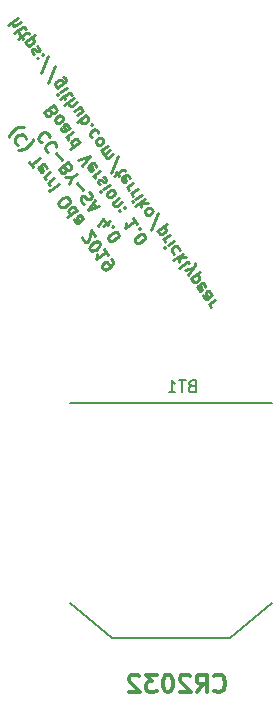
<source format=gbo>
G04 #@! TF.GenerationSoftware,KiCad,Pcbnew,5.1.0-unknown-r15133-23086dec*
G04 #@! TF.CreationDate,2019-03-17T23:05:35-07:00*
G04 #@! TF.ProjectId,PricklyPear,50726963-6b6c-4795-9065-61722e6b6963,rev?*
G04 #@! TF.SameCoordinates,Original*
G04 #@! TF.FileFunction,Legend,Bot*
G04 #@! TF.FilePolarity,Positive*
%FSLAX46Y46*%
G04 Gerber Fmt 4.6, Leading zero omitted, Abs format (unit mm)*
G04 Created by KiCad (PCBNEW 5.1.0-unknown-r15133-23086dec) date 2019-03-17 23:05:35*
%MOMM*%
%LPD*%
G04 APERTURE LIST*
%ADD10C,0.300000*%
%ADD11C,0.250000*%
%ADD12C,0.150000*%
G04 APERTURE END LIST*
D10*
X28542857Y3020285D02*
X28614285Y2948857D01*
X28828571Y2877428D01*
X28971428Y2877428D01*
X29185714Y2948857D01*
X29328571Y3091714D01*
X29400000Y3234571D01*
X29471428Y3520285D01*
X29471428Y3734571D01*
X29400000Y4020285D01*
X29328571Y4163142D01*
X29185714Y4306000D01*
X28971428Y4377428D01*
X28828571Y4377428D01*
X28614285Y4306000D01*
X28542857Y4234571D01*
X27042857Y2877428D02*
X27542857Y3591714D01*
X27900000Y2877428D02*
X27900000Y4377428D01*
X27328571Y4377428D01*
X27185714Y4306000D01*
X27114285Y4234571D01*
X27042857Y4091714D01*
X27042857Y3877428D01*
X27114285Y3734571D01*
X27185714Y3663142D01*
X27328571Y3591714D01*
X27900000Y3591714D01*
X26471428Y4234571D02*
X26400000Y4306000D01*
X26257142Y4377428D01*
X25900000Y4377428D01*
X25757142Y4306000D01*
X25685714Y4234571D01*
X25614285Y4091714D01*
X25614285Y3948857D01*
X25685714Y3734571D01*
X26542857Y2877428D01*
X25614285Y2877428D01*
X24685714Y4377428D02*
X24542857Y4377428D01*
X24400000Y4306000D01*
X24328571Y4234571D01*
X24257142Y4091714D01*
X24185714Y3806000D01*
X24185714Y3448857D01*
X24257142Y3163142D01*
X24328571Y3020285D01*
X24400000Y2948857D01*
X24542857Y2877428D01*
X24685714Y2877428D01*
X24828571Y2948857D01*
X24900000Y3020285D01*
X24971428Y3163142D01*
X25042857Y3448857D01*
X25042857Y3806000D01*
X24971428Y4091714D01*
X24900000Y4234571D01*
X24828571Y4306000D01*
X24685714Y4377428D01*
X23685714Y4377428D02*
X22757142Y4377428D01*
X23257142Y3806000D01*
X23042857Y3806000D01*
X22900000Y3734571D01*
X22828571Y3663142D01*
X22757142Y3520285D01*
X22757142Y3163142D01*
X22828571Y3020285D01*
X22900000Y2948857D01*
X23042857Y2877428D01*
X23471428Y2877428D01*
X23614285Y2948857D01*
X23685714Y3020285D01*
X22185714Y4234571D02*
X22114285Y4306000D01*
X21971428Y4377428D01*
X21614285Y4377428D01*
X21471428Y4306000D01*
X21400000Y4234571D01*
X21328571Y4091714D01*
X21328571Y3948857D01*
X21400000Y3734571D01*
X22257142Y2877428D01*
X21328571Y2877428D01*
D11*
X12420226Y50758874D02*
X12353906Y50770568D01*
X12182258Y50766643D01*
X12076930Y50751024D01*
X11932595Y50708091D01*
X11710246Y50610533D01*
X11554217Y50501280D01*
X11386494Y50325707D01*
X11296785Y50204760D01*
X11246084Y50111127D01*
X11183689Y49951173D01*
X11171995Y49884852D01*
X12576417Y49705597D02*
X12588111Y49771918D01*
X12545179Y49916252D01*
X12490553Y49994267D01*
X12369606Y50083975D01*
X12236965Y50107364D01*
X12131638Y50091745D01*
X11948295Y50021499D01*
X11831274Y49939560D01*
X11702558Y49791300D01*
X11651857Y49697666D01*
X11628468Y49565025D01*
X11671401Y49420690D01*
X11726027Y49342676D01*
X11846974Y49252967D01*
X11913294Y49241273D01*
X13157682Y49705678D02*
X13145988Y49639358D01*
X13083592Y49479404D01*
X13032891Y49385770D01*
X12943182Y49264823D01*
X12775459Y49089250D01*
X12619430Y48979998D01*
X12397081Y48882439D01*
X12252746Y48839507D01*
X12147419Y48823888D01*
X11975771Y48819963D01*
X11909450Y48831657D01*
X12818554Y47782386D02*
X13146312Y47314300D01*
X13801585Y48121919D02*
X12982433Y47548343D01*
X14336154Y47275454D02*
X14320535Y47380782D01*
X14211282Y47536811D01*
X14117648Y47587512D01*
X14012321Y47571893D01*
X13700263Y47353388D01*
X13649562Y47259754D01*
X13665181Y47154426D01*
X13774433Y46998398D01*
X13868067Y46947696D01*
X13973395Y46963315D01*
X14051409Y47017942D01*
X13856292Y47462640D01*
X14648293Y46912695D02*
X14102191Y46530311D01*
X14258220Y46639563D02*
X14207519Y46545930D01*
X14195825Y46479609D01*
X14211444Y46374282D01*
X14266070Y46296267D01*
X15003364Y46405601D02*
X14457262Y46023217D01*
X14613291Y46132469D02*
X14562590Y46038836D01*
X14550896Y45972515D01*
X14566515Y45867188D01*
X14621141Y45789173D01*
X15358435Y45898507D02*
X14812334Y45516122D01*
X14539283Y45324930D02*
X14550977Y45391251D01*
X14617297Y45379557D01*
X14605603Y45313236D01*
X14539283Y45324930D01*
X14617297Y45379557D01*
X15358678Y44154713D02*
X15467930Y43998684D01*
X15561564Y43947983D01*
X15694205Y43924595D01*
X15877547Y43994840D01*
X16150598Y44186032D01*
X16279313Y44334292D01*
X16302702Y44466933D01*
X16287083Y44572261D01*
X16177830Y44728289D01*
X16084196Y44778991D01*
X15951555Y44802379D01*
X15768213Y44732134D01*
X15495163Y44540941D01*
X15366447Y44392682D01*
X15343059Y44260041D01*
X15358678Y44154713D01*
X16915285Y43675094D02*
X16096133Y43101518D01*
X16876278Y43647781D02*
X16860659Y43753108D01*
X16751406Y43909137D01*
X16657773Y43959839D01*
X16591452Y43971533D01*
X16486125Y43955914D01*
X16252081Y43792035D01*
X16201380Y43698401D01*
X16189686Y43632081D01*
X16205305Y43526753D01*
X16314558Y43370724D01*
X16408191Y43320023D01*
X17434235Y42933956D02*
X17005156Y42633512D01*
X16899828Y42617893D01*
X16806195Y42668594D01*
X16696942Y42824623D01*
X16681323Y42929950D01*
X17395228Y42906643D02*
X17379609Y43011971D01*
X17243043Y43207007D01*
X17149410Y43257708D01*
X17044082Y43242089D01*
X16966068Y43187463D01*
X16915366Y43093829D01*
X16930985Y42988502D01*
X17067551Y42793466D01*
X17083170Y42688138D01*
X17375927Y41439825D02*
X17364233Y41373505D01*
X17379852Y41268177D01*
X17516418Y41073141D01*
X17610051Y41022440D01*
X17676372Y41010746D01*
X17781699Y41026365D01*
X17859714Y41080991D01*
X17949422Y41201938D01*
X18089751Y41997783D01*
X18444822Y41490689D01*
X17980742Y40410018D02*
X18035368Y40332004D01*
X18129001Y40281302D01*
X18195322Y40269608D01*
X18300649Y40285227D01*
X18483992Y40355473D01*
X18679028Y40492038D01*
X18807744Y40640298D01*
X18858445Y40733932D01*
X18870139Y40800252D01*
X18854520Y40905580D01*
X18799894Y40983594D01*
X18706260Y41034296D01*
X18639940Y41045990D01*
X18534612Y41030371D01*
X18351270Y40960125D01*
X18156234Y40823560D01*
X18027518Y40675300D01*
X17976816Y40581666D01*
X17965122Y40515346D01*
X17980742Y40410018D01*
X19537349Y39930399D02*
X19209591Y40398486D01*
X19373470Y40164442D02*
X18554318Y39590866D01*
X18616713Y39750820D01*
X18640101Y39883461D01*
X18624482Y39988788D01*
X19810481Y39540327D02*
X19919733Y39384298D01*
X19935352Y39278970D01*
X19923658Y39212650D01*
X19861263Y39052696D01*
X19732547Y38904436D01*
X19420489Y38685930D01*
X19315162Y38670311D01*
X19248841Y38682005D01*
X19155208Y38732707D01*
X19045955Y38888736D01*
X19030336Y38994063D01*
X19042030Y39060384D01*
X19092731Y39154017D01*
X19287767Y39290583D01*
X19393095Y39306202D01*
X19459415Y39294508D01*
X19553049Y39243807D01*
X19662302Y39087778D01*
X19677921Y38982450D01*
X19666227Y38916130D01*
X19615525Y38822496D01*
X14583510Y49890204D02*
X14595204Y49956525D01*
X14552272Y50100859D01*
X14497645Y50178874D01*
X14376698Y50268582D01*
X14244058Y50291971D01*
X14138730Y50276351D01*
X13955388Y50206106D01*
X13838366Y50124167D01*
X13709650Y49975907D01*
X13658949Y49882273D01*
X13635561Y49749632D01*
X13678493Y49605297D01*
X13733119Y49527283D01*
X13854066Y49437574D01*
X13920387Y49425880D01*
X15157086Y49071052D02*
X15168780Y49137372D01*
X15125848Y49281707D01*
X15071222Y49359722D01*
X14950275Y49449430D01*
X14817634Y49472819D01*
X14712306Y49457199D01*
X14528964Y49386954D01*
X14411943Y49305015D01*
X14283227Y49156755D01*
X14232525Y49063121D01*
X14209137Y48930480D01*
X14252070Y48786145D01*
X14306696Y48708131D01*
X14427643Y48618422D01*
X14493963Y48606728D01*
X15168861Y48556108D02*
X15605872Y47931992D01*
X15953174Y47186930D02*
X16074121Y47097221D01*
X16140441Y47085527D01*
X16245769Y47101146D01*
X16362790Y47183085D01*
X16413492Y47276719D01*
X16425186Y47343039D01*
X16409567Y47448367D01*
X16191061Y47760425D01*
X15371909Y47186849D01*
X15563101Y46913798D01*
X15656735Y46863097D01*
X15723055Y46851402D01*
X15828383Y46867022D01*
X15906398Y46921648D01*
X15957099Y47015281D01*
X15968793Y47081602D01*
X15953174Y47186930D01*
X15761982Y47459980D01*
X16483818Y46512112D02*
X16873890Y46785244D01*
X15863546Y46484718D02*
X16483818Y46512112D01*
X16245931Y45938617D01*
X16944217Y46020637D02*
X17381227Y45396521D01*
X17900097Y45236648D02*
X18021043Y45146940D01*
X18157609Y44951904D01*
X18173228Y44846576D01*
X18161534Y44780256D01*
X18110833Y44686622D01*
X18032818Y44631996D01*
X17927491Y44616377D01*
X17861170Y44628071D01*
X17767537Y44678772D01*
X17619277Y44807488D01*
X17525643Y44858189D01*
X17459323Y44869883D01*
X17353995Y44854264D01*
X17275981Y44799638D01*
X17225279Y44706004D01*
X17213585Y44639684D01*
X17229204Y44534356D01*
X17365770Y44339320D01*
X17486717Y44249611D01*
X18251324Y44319938D02*
X18524455Y43929865D01*
X18430741Y44561831D02*
X17802781Y43715204D01*
X18813125Y44015730D01*
X19141045Y42385114D02*
X19687146Y42767498D01*
X18692421Y42361645D02*
X19140964Y42966378D01*
X19496035Y42459284D01*
X19909577Y42283792D02*
X19975897Y42272098D01*
X19987591Y42338419D01*
X19921271Y42350113D01*
X19909577Y42283792D01*
X19987591Y42338419D01*
X19550823Y41218741D02*
X19605450Y41140726D01*
X19699083Y41090025D01*
X19765404Y41078331D01*
X19870731Y41093950D01*
X20054073Y41164195D01*
X20249110Y41300761D01*
X20377825Y41449021D01*
X20428527Y41542655D01*
X20440221Y41608975D01*
X20424602Y41714303D01*
X20369975Y41792317D01*
X20276342Y41843019D01*
X20210021Y41854713D01*
X20104694Y41839094D01*
X19921352Y41768848D01*
X19726315Y41632282D01*
X19597600Y41484022D01*
X19546898Y41390389D01*
X19535204Y41324068D01*
X19550823Y41218741D01*
X14710000Y52013398D02*
X14830947Y51923689D01*
X14897267Y51911995D01*
X15002595Y51927614D01*
X15119616Y52009554D01*
X15170318Y52103188D01*
X15182012Y52169508D01*
X15166393Y52274836D01*
X14947887Y52586894D01*
X14128735Y52013317D01*
X14319927Y51740266D01*
X14413561Y51689565D01*
X14479881Y51677871D01*
X14585209Y51693490D01*
X14663223Y51748116D01*
X14713925Y51841750D01*
X14725619Y51908070D01*
X14710000Y52013398D01*
X14518808Y52286449D01*
X15603403Y51650720D02*
X15509770Y51701421D01*
X15443449Y51713115D01*
X15338122Y51697496D01*
X15104078Y51533617D01*
X15053377Y51439984D01*
X15041683Y51373663D01*
X15057302Y51268335D01*
X15139241Y51151314D01*
X15232875Y51100612D01*
X15299195Y51088918D01*
X15404523Y51104537D01*
X15638566Y51268416D01*
X15689268Y51362050D01*
X15700962Y51428370D01*
X15685343Y51533698D01*
X15603403Y51650720D01*
X16286232Y50675539D02*
X15857153Y50375094D01*
X15751825Y50359475D01*
X15658191Y50410176D01*
X15548939Y50566205D01*
X15533320Y50671533D01*
X16247225Y50648226D02*
X16231606Y50753553D01*
X16095040Y50948589D01*
X16001407Y50999291D01*
X15896079Y50983672D01*
X15818064Y50929045D01*
X15767363Y50835412D01*
X15782982Y50730084D01*
X15919548Y50535048D01*
X15935167Y50429720D01*
X16559364Y50285466D02*
X16013263Y49903082D01*
X16169292Y50012335D02*
X16118590Y49918701D01*
X16106896Y49852381D01*
X16122515Y49747053D01*
X16177142Y49669039D01*
X17160254Y49427307D02*
X16341102Y48853731D01*
X17121246Y49399994D02*
X17105627Y49505322D01*
X16996375Y49661351D01*
X16902741Y49712052D01*
X16836421Y49723746D01*
X16731093Y49708127D01*
X16497050Y49544248D01*
X16446348Y49450614D01*
X16434654Y49384294D01*
X16450273Y49278966D01*
X16559526Y49122937D01*
X16653159Y49072236D01*
X16969304Y47956564D02*
X17979648Y48257090D01*
X17351689Y47410463D01*
X18541531Y47371617D02*
X18525912Y47476945D01*
X18416659Y47632974D01*
X18323026Y47683675D01*
X18217698Y47668056D01*
X17905640Y47449551D01*
X17854939Y47355917D01*
X17870558Y47250590D01*
X17979810Y47094561D01*
X18073444Y47043859D01*
X18178772Y47059479D01*
X18256786Y47114105D01*
X18061669Y47558804D01*
X18853670Y47008858D02*
X18307568Y46626474D01*
X18463597Y46735727D02*
X18412896Y46642093D01*
X18401202Y46575773D01*
X18416821Y46470445D01*
X18471447Y46392430D01*
X19142420Y46513458D02*
X19236054Y46462757D01*
X19345307Y46306728D01*
X19360926Y46201400D01*
X19310224Y46107767D01*
X19271217Y46080453D01*
X19165890Y46064834D01*
X19072256Y46115536D01*
X18990316Y46232557D01*
X18896683Y46283259D01*
X18791355Y46267640D01*
X18752348Y46240326D01*
X18701647Y46146693D01*
X18717266Y46041365D01*
X18799205Y45924344D01*
X18892839Y45873642D01*
X19673065Y45838641D02*
X19126963Y45456257D01*
X18853913Y45265065D02*
X18865607Y45331385D01*
X18931927Y45319691D01*
X18920233Y45253370D01*
X18853913Y45265065D01*
X18931927Y45319691D01*
X20028136Y45331547D02*
X19934502Y45382248D01*
X19868182Y45393942D01*
X19762854Y45378323D01*
X19528811Y45214444D01*
X19478109Y45120811D01*
X19466415Y45054490D01*
X19482034Y44949163D01*
X19563974Y44832141D01*
X19657607Y44781440D01*
X19723928Y44769745D01*
X19829255Y44785365D01*
X20063299Y44949244D01*
X20114000Y45042877D01*
X20125694Y45109197D01*
X20110075Y45214525D01*
X20028136Y45331547D01*
X19919045Y44325047D02*
X20465146Y44707431D01*
X19997059Y44379673D02*
X19985365Y44313353D01*
X20000984Y44208025D01*
X20082924Y44091003D01*
X20176558Y44040302D01*
X20281885Y44055921D01*
X20710965Y44356366D01*
X20906082Y43911667D02*
X20972402Y43899973D01*
X20984096Y43966293D01*
X20917776Y43977988D01*
X20906082Y43911667D01*
X20984096Y43966293D01*
X20477002Y43611222D02*
X20543323Y43599528D01*
X20555017Y43665849D01*
X20488696Y43677543D01*
X20477002Y43611222D01*
X20555017Y43665849D01*
X21994684Y42523026D02*
X21666926Y42991112D01*
X21830805Y42757069D02*
X21011652Y42183493D01*
X21074048Y42343447D01*
X21097436Y42476087D01*
X21081817Y42581415D01*
X22162488Y42117334D02*
X22228808Y42105640D01*
X22240502Y42171960D01*
X22174182Y42183654D01*
X22162488Y42117334D01*
X22240502Y42171960D01*
X21803734Y41052283D02*
X21858361Y40974268D01*
X21951994Y40923567D01*
X22018315Y40911873D01*
X22123642Y40927492D01*
X22306984Y40997737D01*
X22502021Y41134303D01*
X22630736Y41282563D01*
X22681438Y41376196D01*
X22693132Y41442517D01*
X22677513Y41547845D01*
X22622886Y41625859D01*
X22529253Y41676560D01*
X22462932Y41688254D01*
X22357605Y41672635D01*
X22174263Y41602390D01*
X21979226Y41465824D01*
X21850511Y41317564D01*
X21799809Y41223931D01*
X21788115Y41157610D01*
X21803734Y41052283D01*
X11902044Y59987840D02*
X11082892Y59414263D01*
X12147863Y59636775D02*
X11718783Y59336330D01*
X11613456Y59320711D01*
X11519822Y59371412D01*
X11437883Y59488434D01*
X11422264Y59593762D01*
X11433958Y59660082D01*
X11792954Y58981340D02*
X12011459Y58669282D01*
X11601843Y58673126D02*
X12303973Y59164763D01*
X12409300Y59180382D01*
X12502934Y59129681D01*
X12557560Y59051666D01*
X12120712Y58513253D02*
X12339217Y58201195D01*
X11929600Y58205039D02*
X12631731Y58696676D01*
X12737058Y58712295D01*
X12830692Y58661594D01*
X12885318Y58583579D01*
X12530409Y57928144D02*
X13349561Y58501721D01*
X12569416Y57955457D02*
X12585035Y57850130D01*
X12694288Y57694101D01*
X12787922Y57643400D01*
X12854242Y57631705D01*
X12959570Y57647325D01*
X13193613Y57811204D01*
X13244314Y57904837D01*
X13256009Y57971158D01*
X13240389Y58076485D01*
X13131137Y58232514D01*
X13037503Y58283215D01*
X13529140Y57581085D02*
X13622774Y57530384D01*
X13732026Y57374355D01*
X13747646Y57269027D01*
X13696944Y57175394D01*
X13657937Y57148080D01*
X13552609Y57132461D01*
X13458976Y57183163D01*
X13377036Y57300184D01*
X13283403Y57350886D01*
X13178075Y57335267D01*
X13139068Y57307953D01*
X13088366Y57214320D01*
X13103986Y57108992D01*
X13185925Y56991971D01*
X13279559Y56941269D01*
X13981770Y56851642D02*
X14048090Y56839948D01*
X14059784Y56906268D01*
X13993464Y56917962D01*
X13981770Y56851642D01*
X14059784Y56906268D01*
X13552690Y56551197D02*
X13619011Y56539503D01*
X13630705Y56605823D01*
X13564384Y56617517D01*
X13552690Y56551197D01*
X13630705Y56605823D01*
X13884454Y55330197D02*
X14446013Y56769783D01*
X14485344Y54472038D02*
X15046902Y55911624D01*
X15234412Y54066428D02*
X15897535Y54530751D01*
X15948237Y54624385D01*
X15959931Y54690705D01*
X15944312Y54796033D01*
X15862372Y54913055D01*
X15768739Y54963756D01*
X15741506Y54421499D02*
X15725887Y54526826D01*
X15616635Y54682855D01*
X15523001Y54733557D01*
X15456681Y54745251D01*
X15351353Y54729632D01*
X15117310Y54565753D01*
X15066608Y54472119D01*
X15054914Y54405799D01*
X15070533Y54300471D01*
X15179786Y54144442D01*
X15273420Y54093741D01*
X16053645Y54058739D02*
X15507544Y53676355D01*
X15234493Y53485163D02*
X15246187Y53551483D01*
X15312508Y53539789D01*
X15300814Y53473469D01*
X15234493Y53485163D01*
X15312508Y53539789D01*
X15698736Y53403304D02*
X15917241Y53091247D01*
X15507625Y53095091D02*
X16209755Y53586728D01*
X16315083Y53602347D01*
X16408716Y53551645D01*
X16463343Y53473631D01*
X16654535Y53200580D02*
X15835383Y52627004D01*
X16900353Y52849515D02*
X16471274Y52549070D01*
X16365946Y52533451D01*
X16272313Y52584152D01*
X16190373Y52701174D01*
X16174754Y52806502D01*
X16186448Y52872822D01*
X16873202Y51725993D02*
X17419304Y52108377D01*
X16627384Y52077058D02*
X17056463Y52377503D01*
X17161791Y52393122D01*
X17255425Y52342421D01*
X17337364Y52225399D01*
X17352983Y52120071D01*
X17341289Y52053751D01*
X17692435Y51718305D02*
X16873283Y51144729D01*
X17185341Y51363234D02*
X17200960Y51257906D01*
X17310213Y51101877D01*
X17403846Y51051176D01*
X17470167Y51039482D01*
X17575494Y51055101D01*
X17809538Y51218980D01*
X17860239Y51312614D01*
X17871933Y51378934D01*
X17856314Y51484262D01*
X17747061Y51640291D01*
X17653428Y51690992D01*
X18133371Y50922541D02*
X18199691Y50910847D01*
X18211385Y50977167D01*
X18145065Y50988862D01*
X18133371Y50922541D01*
X18211385Y50977167D01*
X18691328Y50208717D02*
X18675709Y50314044D01*
X18566456Y50470073D01*
X18472823Y50520775D01*
X18406502Y50532469D01*
X18301175Y50516850D01*
X18067131Y50352971D01*
X18016430Y50259337D01*
X18004736Y50193017D01*
X18020355Y50087689D01*
X18129608Y49931660D01*
X18223241Y49880959D01*
X19058093Y49767943D02*
X18964460Y49818644D01*
X18898139Y49830338D01*
X18792812Y49814719D01*
X18558768Y49650840D01*
X18508067Y49557207D01*
X18496373Y49490886D01*
X18511992Y49385559D01*
X18593931Y49268537D01*
X18687565Y49217836D01*
X18753885Y49206142D01*
X18859213Y49221761D01*
X19093257Y49385640D01*
X19143958Y49479273D01*
X19155652Y49545594D01*
X19140033Y49650921D01*
X19058093Y49767943D01*
X19495104Y49143827D02*
X18949003Y48761443D01*
X19027017Y48816069D02*
X19015323Y48749749D01*
X19030942Y48644421D01*
X19112882Y48527399D01*
X19206515Y48476698D01*
X19311843Y48492317D01*
X19740922Y48792762D01*
X19311843Y48492317D02*
X19261141Y48398684D01*
X19276761Y48293356D01*
X19358700Y48176334D01*
X19452334Y48125633D01*
X19557661Y48141252D01*
X19986741Y48441697D01*
X19811411Y46865626D02*
X20372969Y48305212D01*
X20232721Y46928103D02*
X20451227Y46616045D01*
X20041610Y46619889D02*
X20743740Y47111526D01*
X20849068Y47127145D01*
X20942702Y47076443D01*
X20997328Y46998429D01*
X21368018Y46386007D02*
X21352399Y46491335D01*
X21243146Y46647364D01*
X21149513Y46698065D01*
X21044185Y46682446D01*
X20732127Y46463941D01*
X20681426Y46370307D01*
X20697045Y46264979D01*
X20806298Y46108951D01*
X20899931Y46058249D01*
X21005259Y46073868D01*
X21083273Y46128495D01*
X20888156Y46573193D01*
X21680157Y46023248D02*
X21134056Y45640864D01*
X21290085Y45750116D02*
X21239383Y45656483D01*
X21227689Y45590162D01*
X21243308Y45484835D01*
X21297935Y45406820D01*
X22035228Y45516154D02*
X21489127Y45133770D01*
X21645156Y45243022D02*
X21594454Y45149389D01*
X21582760Y45083068D01*
X21598379Y44977741D01*
X21653006Y44899726D01*
X22390299Y45009060D02*
X21844198Y44626675D01*
X21571147Y44435483D02*
X21582841Y44501804D01*
X21649162Y44490110D01*
X21637468Y44423789D01*
X21571147Y44435483D01*
X21649162Y44490110D01*
X22663431Y44618987D02*
X21844279Y44045411D01*
X22405999Y44322467D02*
X22881936Y44306929D01*
X22335835Y43924545D02*
X22429387Y44455108D01*
X23209694Y43838842D02*
X23116061Y43889544D01*
X23049740Y43901238D01*
X22944413Y43885619D01*
X22710369Y43721740D01*
X22659668Y43628106D01*
X22647974Y43561786D01*
X22663593Y43456458D01*
X22745532Y43339436D01*
X22839166Y43288735D01*
X22905486Y43277041D01*
X23010814Y43292660D01*
X23244857Y43456539D01*
X23295559Y43550173D01*
X23307253Y43616493D01*
X23291634Y43721821D01*
X23209694Y43838842D01*
X23198243Y42028728D02*
X23759802Y43468314D01*
X23701493Y41974183D02*
X24520645Y42547759D01*
X23740500Y42001496D02*
X23756119Y41896169D01*
X23865372Y41740140D01*
X23959006Y41689438D01*
X24025326Y41677744D01*
X24130654Y41693363D01*
X24364697Y41857242D01*
X24415398Y41950876D01*
X24427092Y42017196D01*
X24411473Y42122524D01*
X24302221Y42278553D01*
X24208587Y42329254D01*
X24766545Y41615430D02*
X24220443Y41233045D01*
X24376472Y41342298D02*
X24325771Y41248665D01*
X24314077Y41182344D01*
X24329696Y41077017D01*
X24384322Y40999002D01*
X25121616Y41108336D02*
X24575514Y40725951D01*
X24302464Y40534759D02*
X24314158Y40601080D01*
X24380478Y40589386D01*
X24368784Y40523065D01*
X24302464Y40534759D01*
X24380478Y40589386D01*
X25601559Y40339885D02*
X25585939Y40445213D01*
X25476687Y40601242D01*
X25383053Y40651943D01*
X25316733Y40663637D01*
X25211405Y40648018D01*
X24977362Y40484139D01*
X24926660Y40390505D01*
X24914966Y40324185D01*
X24930585Y40218857D01*
X25039838Y40062828D01*
X25133472Y40012127D01*
X25886384Y40016133D02*
X25067232Y39442556D01*
X25628953Y39719613D02*
X26104890Y39704075D01*
X25558788Y39321691D02*
X25652341Y39852254D01*
X26432648Y39235988D02*
X26339014Y39286689D01*
X26233686Y39271070D01*
X25531556Y38779433D01*
X26050425Y38619560D02*
X26733092Y38806908D01*
X26323557Y38229488D02*
X26733092Y38806908D01*
X26873502Y39021489D01*
X26885196Y39087809D01*
X26869577Y39193137D01*
X26542062Y37917430D02*
X27361214Y38491007D01*
X26581069Y37944743D02*
X26596688Y37839416D01*
X26705941Y37683387D01*
X26799575Y37632685D01*
X26865895Y37620991D01*
X26971223Y37636610D01*
X27205266Y37800489D01*
X27255967Y37894123D01*
X27267662Y37960443D01*
X27252042Y38065771D01*
X27142790Y38221800D01*
X27049156Y38272501D01*
X27786612Y37219306D02*
X27770993Y37324633D01*
X27661740Y37480662D01*
X27568106Y37531364D01*
X27462779Y37515745D01*
X27150721Y37297239D01*
X27100019Y37203606D01*
X27115639Y37098278D01*
X27224891Y36942249D01*
X27318525Y36891548D01*
X27423852Y36907167D01*
X27501867Y36961793D01*
X27306750Y37406492D01*
X28344569Y36505481D02*
X27915489Y36205037D01*
X27810162Y36189417D01*
X27716528Y36240119D01*
X27607275Y36396148D01*
X27591656Y36501475D01*
X28305562Y36478168D02*
X28289943Y36583496D01*
X28153377Y36778532D01*
X28059743Y36829233D01*
X27954416Y36813614D01*
X27876401Y36758988D01*
X27825700Y36665354D01*
X27841319Y36560027D01*
X27977885Y36364990D01*
X27993504Y36259663D01*
X28617701Y36115409D02*
X28071599Y35733025D01*
X28227628Y35842277D02*
X28176927Y35748644D01*
X28165233Y35682323D01*
X28180852Y35576996D01*
X28235478Y35498981D01*
D12*
X19892000Y7434000D02*
X29892000Y7434000D01*
X19892000Y7434000D02*
X16342000Y10434000D01*
X29892000Y7434000D02*
X33442000Y10434000D01*
X16342000Y27334000D02*
X33442000Y27334000D01*
X26627714Y28805428D02*
X26484857Y28757809D01*
X26437238Y28710190D01*
X26389619Y28614952D01*
X26389619Y28472095D01*
X26437238Y28376857D01*
X26484857Y28329238D01*
X26580095Y28281619D01*
X26961047Y28281619D01*
X26961047Y29281619D01*
X26627714Y29281619D01*
X26532476Y29234000D01*
X26484857Y29186380D01*
X26437238Y29091142D01*
X26437238Y28995904D01*
X26484857Y28900666D01*
X26532476Y28853047D01*
X26627714Y28805428D01*
X26961047Y28805428D01*
X26103904Y29281619D02*
X25532476Y29281619D01*
X25818190Y28281619D02*
X25818190Y29281619D01*
X24675333Y28281619D02*
X25246761Y28281619D01*
X24961047Y28281619D02*
X24961047Y29281619D01*
X25056285Y29138761D01*
X25151523Y29043523D01*
X25246761Y28995904D01*
M02*

</source>
